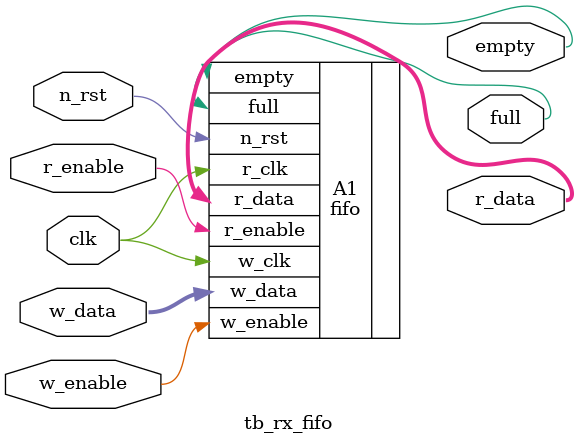
<source format=sv>

module tb_rx_fifo(
	       input wire clk,
	       input wire n_rst,
	       input wire r_enable,
	       input wire w_enable,
	       input wire [7:0] w_data,
	       output wire [7:0] r_data,
	       output wire empty,
	       output wire full
	       );

   fifo A1(.r_clk(clk), .w_clk(clk), .n_rst(n_rst), .r_enable(r_enable), .w_enable(w_enable), .w_data(w_data), .r_data(r_data), .empty(empty), .full(full));

endmodule
 

</source>
